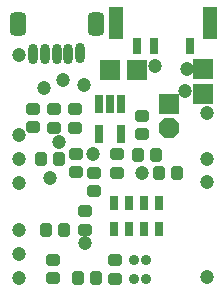
<source format=gts>
G04 Layer_Color=8388736*
%FSLAX25Y25*%
%MOIN*%
G70*
G01*
G75*
G04:AMPARAMS|DCode=30|XSize=47.37mil|YSize=39.5mil|CornerRadius=11.87mil|HoleSize=0mil|Usage=FLASHONLY|Rotation=90.000|XOffset=0mil|YOffset=0mil|HoleType=Round|Shape=RoundedRectangle|*
%AMROUNDEDRECTD30*
21,1,0.04737,0.01575,0,0,90.0*
21,1,0.02362,0.03950,0,0,90.0*
1,1,0.02375,0.00787,0.01181*
1,1,0.02375,0.00787,-0.01181*
1,1,0.02375,-0.00787,-0.01181*
1,1,0.02375,-0.00787,0.01181*
%
%ADD30ROUNDEDRECTD30*%
G04:AMPARAMS|DCode=31|XSize=47.37mil|YSize=39.5mil|CornerRadius=11.87mil|HoleSize=0mil|Usage=FLASHONLY|Rotation=180.000|XOffset=0mil|YOffset=0mil|HoleType=Round|Shape=RoundedRectangle|*
%AMROUNDEDRECTD31*
21,1,0.04737,0.01575,0,0,180.0*
21,1,0.02362,0.03950,0,0,180.0*
1,1,0.02375,-0.01181,0.00787*
1,1,0.02375,0.01181,0.00787*
1,1,0.02375,0.01181,-0.00787*
1,1,0.02375,-0.01181,-0.00787*
%
%ADD31ROUNDEDRECTD31*%
G04:AMPARAMS|DCode=32|XSize=31.62mil|YSize=31.62mil|CornerRadius=9.9mil|HoleSize=0mil|Usage=FLASHONLY|Rotation=90.000|XOffset=0mil|YOffset=0mil|HoleType=Round|Shape=RoundedRectangle|*
%AMROUNDEDRECTD32*
21,1,0.03162,0.01181,0,0,90.0*
21,1,0.01181,0.03162,0,0,90.0*
1,1,0.01981,0.00591,0.00591*
1,1,0.01981,0.00591,-0.00591*
1,1,0.01981,-0.00591,-0.00591*
1,1,0.01981,-0.00591,0.00591*
%
%ADD32ROUNDEDRECTD32*%
%ADD33R,0.07099X0.07099*%
%ADD34R,0.03162X0.06312*%
%ADD35R,0.06800X0.06800*%
%ADD36P,0.07360X8X292.5*%
%ADD37R,0.04737X0.10642*%
%ADD38R,0.03162X0.05524*%
G04:AMPARAMS|DCode=39|XSize=55.24mil|YSize=78.87mil|CornerRadius=15.81mil|HoleSize=0mil|Usage=FLASHONLY|Rotation=0.000|XOffset=0mil|YOffset=0mil|HoleType=Round|Shape=RoundedRectangle|*
%AMROUNDEDRECTD39*
21,1,0.05524,0.04724,0,0,0.0*
21,1,0.02362,0.07887,0,0,0.0*
1,1,0.03162,0.01181,-0.02362*
1,1,0.03162,-0.01181,-0.02362*
1,1,0.03162,-0.01181,0.02362*
1,1,0.03162,0.01181,0.02362*
%
%ADD39ROUNDEDRECTD39*%
%ADD40O,0.03162X0.06902*%
%ADD41R,0.02768X0.04737*%
%ADD42C,0.04737*%
D30*
X360433Y290354D02*
D03*
X354331D02*
D03*
X374508Y331398D02*
D03*
X380610D02*
D03*
X348130Y329921D02*
D03*
X342028D02*
D03*
X387598Y325098D02*
D03*
X381496D02*
D03*
X349902Y306299D02*
D03*
X343799D02*
D03*
D31*
X346063Y296358D02*
D03*
Y290256D02*
D03*
X366831Y290059D02*
D03*
Y296161D02*
D03*
X353642Y331594D02*
D03*
Y325492D02*
D03*
X375787Y338287D02*
D03*
Y344390D02*
D03*
X367421Y331496D02*
D03*
Y325394D02*
D03*
X359646Y325197D02*
D03*
Y319094D02*
D03*
X356791Y306398D02*
D03*
Y312500D02*
D03*
X339370Y346555D02*
D03*
Y340453D02*
D03*
X346358Y340354D02*
D03*
Y346457D02*
D03*
X353346Y340354D02*
D03*
Y346457D02*
D03*
D32*
X377165Y296161D02*
D03*
X373228D02*
D03*
X377165Y289961D02*
D03*
X373228D02*
D03*
D33*
X374016Y359646D02*
D03*
X365158D02*
D03*
X396260Y351575D02*
D03*
Y359744D02*
D03*
D34*
X368898Y348130D02*
D03*
X365158D02*
D03*
X361417D02*
D03*
Y338287D02*
D03*
X368898D02*
D03*
D35*
X384941Y348130D02*
D03*
D36*
Y340256D02*
D03*
D37*
X398327Y375295D02*
D03*
X367126Y375295D02*
D03*
D38*
X374016Y367618D02*
D03*
X379921D02*
D03*
X391732D02*
D03*
D39*
X334350Y375000D02*
D03*
X360335D02*
D03*
D40*
X339469Y365059D02*
D03*
X343406D02*
D03*
X355217Y365079D02*
D03*
X351279Y365059D02*
D03*
X347342D02*
D03*
D41*
X366634Y306496D02*
D03*
Y315158D02*
D03*
X371555D02*
D03*
X376476D02*
D03*
X381398D02*
D03*
Y306496D02*
D03*
X376476D02*
D03*
X371555D02*
D03*
D42*
X334842Y337795D02*
D03*
Y329782D02*
D03*
Y321982D02*
D03*
X397342Y290551D02*
D03*
X334842Y306182D02*
D03*
Y290400D02*
D03*
Y298382D02*
D03*
X397342Y345391D02*
D03*
X334744Y364469D02*
D03*
X356890Y301772D02*
D03*
X375886Y325394D02*
D03*
X397342Y329921D02*
D03*
Y322082D02*
D03*
X390650Y359744D02*
D03*
X380137Y360844D02*
D03*
X343012Y353445D02*
D03*
X356594Y354528D02*
D03*
X349606Y356398D02*
D03*
X390256Y352658D02*
D03*
X359449Y331594D02*
D03*
X344980Y323524D02*
D03*
X348130Y335433D02*
D03*
M02*

</source>
